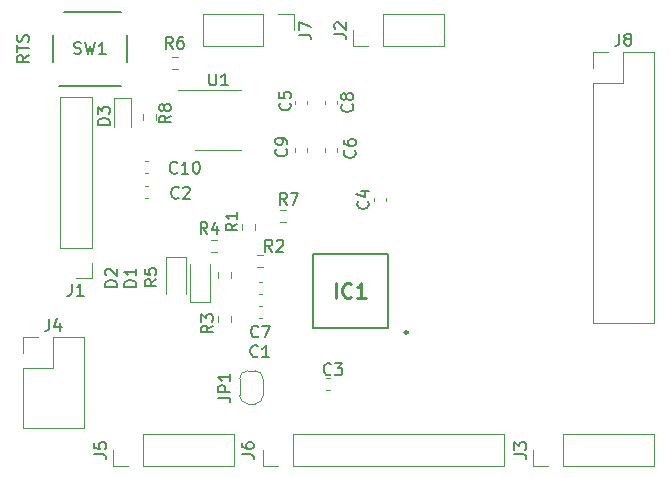
<source format=gto>
G04 #@! TF.GenerationSoftware,KiCad,Pcbnew,6.0.1+dfsg-1*
G04 #@! TF.CreationDate,2022-05-09T21:45:28-04:00*
G04 #@! TF.ProjectId,wacom,7761636f-6d2e-46b6-9963-61645f706362,rev?*
G04 #@! TF.SameCoordinates,Original*
G04 #@! TF.FileFunction,Legend,Top*
G04 #@! TF.FilePolarity,Positive*
%FSLAX46Y46*%
G04 Gerber Fmt 4.6, Leading zero omitted, Abs format (unit mm)*
G04 Created by KiCad (PCBNEW 6.0.1+dfsg-1) date 2022-05-09 21:45:28*
%MOMM*%
%LPD*%
G01*
G04 APERTURE LIST*
%ADD10C,0.150000*%
%ADD11C,0.254000*%
%ADD12C,0.120000*%
%ADD13C,0.200000*%
%ADD14C,0.250000*%
%ADD15C,0.152400*%
G04 APERTURE END LIST*
D10*
X117992142Y-64709166D02*
X118039761Y-64756785D01*
X118087380Y-64899642D01*
X118087380Y-64994880D01*
X118039761Y-65137738D01*
X117944523Y-65232976D01*
X117849285Y-65280595D01*
X117658809Y-65328214D01*
X117515952Y-65328214D01*
X117325476Y-65280595D01*
X117230238Y-65232976D01*
X117135000Y-65137738D01*
X117087380Y-64994880D01*
X117087380Y-64899642D01*
X117135000Y-64756785D01*
X117182619Y-64709166D01*
X117515952Y-64137738D02*
X117468333Y-64232976D01*
X117420714Y-64280595D01*
X117325476Y-64328214D01*
X117277857Y-64328214D01*
X117182619Y-64280595D01*
X117135000Y-64232976D01*
X117087380Y-64137738D01*
X117087380Y-63947261D01*
X117135000Y-63852023D01*
X117182619Y-63804404D01*
X117277857Y-63756785D01*
X117325476Y-63756785D01*
X117420714Y-63804404D01*
X117468333Y-63852023D01*
X117515952Y-63947261D01*
X117515952Y-64137738D01*
X117563571Y-64232976D01*
X117611190Y-64280595D01*
X117706428Y-64328214D01*
X117896904Y-64328214D01*
X117992142Y-64280595D01*
X118039761Y-64232976D01*
X118087380Y-64137738D01*
X118087380Y-63947261D01*
X118039761Y-63852023D01*
X117992142Y-63804404D01*
X117896904Y-63756785D01*
X117706428Y-63756785D01*
X117611190Y-63804404D01*
X117563571Y-63852023D01*
X117515952Y-63947261D01*
X105751333Y-75687180D02*
X105418000Y-75210990D01*
X105179904Y-75687180D02*
X105179904Y-74687180D01*
X105560857Y-74687180D01*
X105656095Y-74734800D01*
X105703714Y-74782419D01*
X105751333Y-74877657D01*
X105751333Y-75020514D01*
X105703714Y-75115752D01*
X105656095Y-75163371D01*
X105560857Y-75210990D01*
X105179904Y-75210990D01*
X106608476Y-75020514D02*
X106608476Y-75687180D01*
X106370380Y-74639561D02*
X106132285Y-75353847D01*
X106751333Y-75353847D01*
X110069333Y-84329542D02*
X110021714Y-84377161D01*
X109878857Y-84424780D01*
X109783619Y-84424780D01*
X109640761Y-84377161D01*
X109545523Y-84281923D01*
X109497904Y-84186685D01*
X109450285Y-83996209D01*
X109450285Y-83853352D01*
X109497904Y-83662876D01*
X109545523Y-83567638D01*
X109640761Y-83472400D01*
X109783619Y-83424780D01*
X109878857Y-83424780D01*
X110021714Y-83472400D01*
X110069333Y-83520019D01*
X110402666Y-83424780D02*
X111069333Y-83424780D01*
X110640761Y-84424780D01*
X112726742Y-64581066D02*
X112774361Y-64628685D01*
X112821980Y-64771542D01*
X112821980Y-64866780D01*
X112774361Y-65009638D01*
X112679123Y-65104876D01*
X112583885Y-65152495D01*
X112393409Y-65200114D01*
X112250552Y-65200114D01*
X112060076Y-65152495D01*
X111964838Y-65104876D01*
X111869600Y-65009638D01*
X111821980Y-64866780D01*
X111821980Y-64771542D01*
X111869600Y-64628685D01*
X111917219Y-64581066D01*
X111821980Y-63676304D02*
X111821980Y-64152495D01*
X112298171Y-64200114D01*
X112250552Y-64152495D01*
X112202933Y-64057257D01*
X112202933Y-63819161D01*
X112250552Y-63723923D01*
X112298171Y-63676304D01*
X112393409Y-63628685D01*
X112631504Y-63628685D01*
X112726742Y-63676304D01*
X112774361Y-63723923D01*
X112821980Y-63819161D01*
X112821980Y-64057257D01*
X112774361Y-64152495D01*
X112726742Y-64200114D01*
X96182380Y-94313333D02*
X96896666Y-94313333D01*
X97039523Y-94360952D01*
X97134761Y-94456190D01*
X97182380Y-94599047D01*
X97182380Y-94694285D01*
X96182380Y-93360952D02*
X96182380Y-93837142D01*
X96658571Y-93884761D01*
X96610952Y-93837142D01*
X96563333Y-93741904D01*
X96563333Y-93503809D01*
X96610952Y-93408571D01*
X96658571Y-93360952D01*
X96753809Y-93313333D01*
X96991904Y-93313333D01*
X97087142Y-93360952D01*
X97134761Y-93408571D01*
X97182380Y-93503809D01*
X97182380Y-93741904D01*
X97134761Y-93837142D01*
X97087142Y-93884761D01*
X116502380Y-58753333D02*
X117216666Y-58753333D01*
X117359523Y-58800952D01*
X117454761Y-58896190D01*
X117502380Y-59039047D01*
X117502380Y-59134285D01*
X116597619Y-58324761D02*
X116550000Y-58277142D01*
X116502380Y-58181904D01*
X116502380Y-57943809D01*
X116550000Y-57848571D01*
X116597619Y-57800952D01*
X116692857Y-57753333D01*
X116788095Y-57753333D01*
X116930952Y-57800952D01*
X117502380Y-58372380D01*
X117502380Y-57753333D01*
X112456933Y-73197980D02*
X112123600Y-72721790D01*
X111885504Y-73197980D02*
X111885504Y-72197980D01*
X112266457Y-72197980D01*
X112361695Y-72245600D01*
X112409314Y-72293219D01*
X112456933Y-72388457D01*
X112456933Y-72531314D01*
X112409314Y-72626552D01*
X112361695Y-72674171D01*
X112266457Y-72721790D01*
X111885504Y-72721790D01*
X112790266Y-72197980D02*
X113456933Y-72197980D01*
X113028361Y-73197980D01*
X94281666Y-79887380D02*
X94281666Y-80601666D01*
X94234047Y-80744523D01*
X94138809Y-80839761D01*
X93995952Y-80887380D01*
X93900714Y-80887380D01*
X95281666Y-80887380D02*
X94710238Y-80887380D01*
X94995952Y-80887380D02*
X94995952Y-79887380D01*
X94900714Y-80030238D01*
X94805476Y-80125476D01*
X94710238Y-80173095D01*
X103192342Y-70461142D02*
X103144723Y-70508761D01*
X103001866Y-70556380D01*
X102906628Y-70556380D01*
X102763771Y-70508761D01*
X102668533Y-70413523D01*
X102620914Y-70318285D01*
X102573295Y-70127809D01*
X102573295Y-69984952D01*
X102620914Y-69794476D01*
X102668533Y-69699238D01*
X102763771Y-69604000D01*
X102906628Y-69556380D01*
X103001866Y-69556380D01*
X103144723Y-69604000D01*
X103192342Y-69651619D01*
X104144723Y-70556380D02*
X103573295Y-70556380D01*
X103859009Y-70556380D02*
X103859009Y-69556380D01*
X103763771Y-69699238D01*
X103668533Y-69794476D01*
X103573295Y-69842095D01*
X104763771Y-69556380D02*
X104859009Y-69556380D01*
X104954247Y-69604000D01*
X105001866Y-69651619D01*
X105049485Y-69746857D01*
X105097104Y-69937333D01*
X105097104Y-70175428D01*
X105049485Y-70365904D01*
X105001866Y-70461142D01*
X104954247Y-70508761D01*
X104859009Y-70556380D01*
X104763771Y-70556380D01*
X104668533Y-70508761D01*
X104620914Y-70461142D01*
X104573295Y-70365904D01*
X104525676Y-70175428D01*
X104525676Y-69937333D01*
X104573295Y-69746857D01*
X104620914Y-69651619D01*
X104668533Y-69604000D01*
X104763771Y-69556380D01*
X103312933Y-72594742D02*
X103265314Y-72642361D01*
X103122457Y-72689980D01*
X103027219Y-72689980D01*
X102884361Y-72642361D01*
X102789123Y-72547123D01*
X102741504Y-72451885D01*
X102693885Y-72261409D01*
X102693885Y-72118552D01*
X102741504Y-71928076D01*
X102789123Y-71832838D01*
X102884361Y-71737600D01*
X103027219Y-71689980D01*
X103122457Y-71689980D01*
X103265314Y-71737600D01*
X103312933Y-71785219D01*
X103693885Y-71785219D02*
X103741504Y-71737600D01*
X103836742Y-71689980D01*
X104074838Y-71689980D01*
X104170076Y-71737600D01*
X104217695Y-71785219D01*
X104265314Y-71880457D01*
X104265314Y-71975695D01*
X104217695Y-72118552D01*
X103646266Y-72689980D01*
X104265314Y-72689980D01*
X99715580Y-80138495D02*
X98715580Y-80138495D01*
X98715580Y-79900400D01*
X98763200Y-79757542D01*
X98858438Y-79662304D01*
X98953676Y-79614685D01*
X99144152Y-79567066D01*
X99287009Y-79567066D01*
X99477485Y-79614685D01*
X99572723Y-79662304D01*
X99667961Y-79757542D01*
X99715580Y-79900400D01*
X99715580Y-80138495D01*
X99715580Y-78614685D02*
X99715580Y-79186114D01*
X99715580Y-78900400D02*
X98715580Y-78900400D01*
X98858438Y-78995638D01*
X98953676Y-79090876D01*
X99001295Y-79186114D01*
X119323142Y-72911166D02*
X119370761Y-72958785D01*
X119418380Y-73101642D01*
X119418380Y-73196880D01*
X119370761Y-73339738D01*
X119275523Y-73434976D01*
X119180285Y-73482595D01*
X118989809Y-73530214D01*
X118846952Y-73530214D01*
X118656476Y-73482595D01*
X118561238Y-73434976D01*
X118466000Y-73339738D01*
X118418380Y-73196880D01*
X118418380Y-73101642D01*
X118466000Y-72958785D01*
X118513619Y-72911166D01*
X118751714Y-72054023D02*
X119418380Y-72054023D01*
X118370761Y-72292119D02*
X119085047Y-72530214D01*
X119085047Y-71911166D01*
X111237733Y-77160380D02*
X110904400Y-76684190D01*
X110666304Y-77160380D02*
X110666304Y-76160380D01*
X111047257Y-76160380D01*
X111142495Y-76208000D01*
X111190114Y-76255619D01*
X111237733Y-76350857D01*
X111237733Y-76493714D01*
X111190114Y-76588952D01*
X111142495Y-76636571D01*
X111047257Y-76684190D01*
X110666304Y-76684190D01*
X111618685Y-76255619D02*
X111666304Y-76208000D01*
X111761542Y-76160380D01*
X111999638Y-76160380D01*
X112094876Y-76208000D01*
X112142495Y-76255619D01*
X112190114Y-76350857D01*
X112190114Y-76446095D01*
X112142495Y-76588952D01*
X111571066Y-77160380D01*
X112190114Y-77160380D01*
X113498380Y-58804133D02*
X114212666Y-58804133D01*
X114355523Y-58851752D01*
X114450761Y-58946990D01*
X114498380Y-59089847D01*
X114498380Y-59185085D01*
X113498380Y-58423180D02*
X113498380Y-57756514D01*
X114498380Y-58185085D01*
X102804933Y-59989980D02*
X102471600Y-59513790D01*
X102233504Y-59989980D02*
X102233504Y-58989980D01*
X102614457Y-58989980D01*
X102709695Y-59037600D01*
X102757314Y-59085219D01*
X102804933Y-59180457D01*
X102804933Y-59323314D01*
X102757314Y-59418552D01*
X102709695Y-59466171D01*
X102614457Y-59513790D01*
X102233504Y-59513790D01*
X103662076Y-58989980D02*
X103471600Y-58989980D01*
X103376361Y-59037600D01*
X103328742Y-59085219D01*
X103233504Y-59228076D01*
X103185885Y-59418552D01*
X103185885Y-59799504D01*
X103233504Y-59894742D01*
X103281123Y-59942361D01*
X103376361Y-59989980D01*
X103566838Y-59989980D01*
X103662076Y-59942361D01*
X103709695Y-59894742D01*
X103757314Y-59799504D01*
X103757314Y-59561409D01*
X103709695Y-59466171D01*
X103662076Y-59418552D01*
X103566838Y-59370933D01*
X103376361Y-59370933D01*
X103281123Y-59418552D01*
X103233504Y-59466171D01*
X103185885Y-59561409D01*
X106217980Y-83427866D02*
X105741790Y-83761200D01*
X106217980Y-83999295D02*
X105217980Y-83999295D01*
X105217980Y-83618342D01*
X105265600Y-83523104D01*
X105313219Y-83475485D01*
X105408457Y-83427866D01*
X105551314Y-83427866D01*
X105646552Y-83475485D01*
X105694171Y-83523104D01*
X105741790Y-83618342D01*
X105741790Y-83999295D01*
X105217980Y-83094533D02*
X105217980Y-82475485D01*
X105598933Y-82808819D01*
X105598933Y-82665961D01*
X105646552Y-82570723D01*
X105694171Y-82523104D01*
X105789409Y-82475485D01*
X106027504Y-82475485D01*
X106122742Y-82523104D01*
X106170361Y-82570723D01*
X106217980Y-82665961D01*
X106217980Y-82951676D01*
X106170361Y-83046914D01*
X106122742Y-83094533D01*
D11*
X116616238Y-81092523D02*
X116616238Y-79822523D01*
X117946714Y-80971571D02*
X117886238Y-81032047D01*
X117704809Y-81092523D01*
X117583857Y-81092523D01*
X117402428Y-81032047D01*
X117281476Y-80911095D01*
X117221000Y-80790142D01*
X117160523Y-80548238D01*
X117160523Y-80366809D01*
X117221000Y-80124904D01*
X117281476Y-80003952D01*
X117402428Y-79883000D01*
X117583857Y-79822523D01*
X117704809Y-79822523D01*
X117886238Y-79883000D01*
X117946714Y-79943476D01*
X119156238Y-81092523D02*
X118430523Y-81092523D01*
X118793380Y-81092523D02*
X118793380Y-79822523D01*
X118672428Y-80003952D01*
X118551476Y-80124904D01*
X118430523Y-80185380D01*
D10*
X108672380Y-94313333D02*
X109386666Y-94313333D01*
X109529523Y-94360952D01*
X109624761Y-94456190D01*
X109672380Y-94599047D01*
X109672380Y-94694285D01*
X108672380Y-93408571D02*
X108672380Y-93599047D01*
X108720000Y-93694285D01*
X108767619Y-93741904D01*
X108910476Y-93837142D01*
X109100952Y-93884761D01*
X109481904Y-93884761D01*
X109577142Y-93837142D01*
X109624761Y-93789523D01*
X109672380Y-93694285D01*
X109672380Y-93503809D01*
X109624761Y-93408571D01*
X109577142Y-93360952D01*
X109481904Y-93313333D01*
X109243809Y-93313333D01*
X109148571Y-93360952D01*
X109100952Y-93408571D01*
X109053333Y-93503809D01*
X109053333Y-93694285D01*
X109100952Y-93789523D01*
X109148571Y-93837142D01*
X109243809Y-93884761D01*
X105918095Y-62092380D02*
X105918095Y-62901904D01*
X105965714Y-62997142D01*
X106013333Y-63044761D01*
X106108571Y-63092380D01*
X106299047Y-63092380D01*
X106394285Y-63044761D01*
X106441904Y-62997142D01*
X106489523Y-62901904D01*
X106489523Y-62092380D01*
X107489523Y-63092380D02*
X106918095Y-63092380D01*
X107203809Y-63092380D02*
X107203809Y-62092380D01*
X107108571Y-62235238D01*
X107013333Y-62330476D01*
X106918095Y-62378095D01*
X112421942Y-68492666D02*
X112469561Y-68540285D01*
X112517180Y-68683142D01*
X112517180Y-68778380D01*
X112469561Y-68921238D01*
X112374323Y-69016476D01*
X112279085Y-69064095D01*
X112088609Y-69111714D01*
X111945752Y-69111714D01*
X111755276Y-69064095D01*
X111660038Y-69016476D01*
X111564800Y-68921238D01*
X111517180Y-68778380D01*
X111517180Y-68683142D01*
X111564800Y-68540285D01*
X111612419Y-68492666D01*
X112517180Y-68016476D02*
X112517180Y-67826000D01*
X112469561Y-67730761D01*
X112421942Y-67683142D01*
X112279085Y-67587904D01*
X112088609Y-67540285D01*
X111707657Y-67540285D01*
X111612419Y-67587904D01*
X111564800Y-67635523D01*
X111517180Y-67730761D01*
X111517180Y-67921238D01*
X111564800Y-68016476D01*
X111612419Y-68064095D01*
X111707657Y-68111714D01*
X111945752Y-68111714D01*
X112040990Y-68064095D01*
X112088609Y-68016476D01*
X112136228Y-67921238D01*
X112136228Y-67730761D01*
X112088609Y-67635523D01*
X112040990Y-67587904D01*
X111945752Y-67540285D01*
X92376666Y-82847380D02*
X92376666Y-83561666D01*
X92329047Y-83704523D01*
X92233809Y-83799761D01*
X92090952Y-83847380D01*
X91995714Y-83847380D01*
X93281428Y-83180714D02*
X93281428Y-83847380D01*
X93043333Y-82799761D02*
X92805238Y-83514047D01*
X93424285Y-83514047D01*
X118213142Y-68594266D02*
X118260761Y-68641885D01*
X118308380Y-68784742D01*
X118308380Y-68879980D01*
X118260761Y-69022838D01*
X118165523Y-69118076D01*
X118070285Y-69165695D01*
X117879809Y-69213314D01*
X117736952Y-69213314D01*
X117546476Y-69165695D01*
X117451238Y-69118076D01*
X117356000Y-69022838D01*
X117308380Y-68879980D01*
X117308380Y-68784742D01*
X117356000Y-68641885D01*
X117403619Y-68594266D01*
X117308380Y-67737123D02*
X117308380Y-67927600D01*
X117356000Y-68022838D01*
X117403619Y-68070457D01*
X117546476Y-68165695D01*
X117736952Y-68213314D01*
X118117904Y-68213314D01*
X118213142Y-68165695D01*
X118260761Y-68118076D01*
X118308380Y-68022838D01*
X118308380Y-67832361D01*
X118260761Y-67737123D01*
X118213142Y-67689504D01*
X118117904Y-67641885D01*
X117879809Y-67641885D01*
X117784571Y-67689504D01*
X117736952Y-67737123D01*
X117689333Y-67832361D01*
X117689333Y-68022838D01*
X117736952Y-68118076D01*
X117784571Y-68165695D01*
X117879809Y-68213314D01*
X106691180Y-89530133D02*
X107405466Y-89530133D01*
X107548323Y-89577752D01*
X107643561Y-89672990D01*
X107691180Y-89815847D01*
X107691180Y-89911085D01*
X107691180Y-89053942D02*
X106691180Y-89053942D01*
X106691180Y-88672990D01*
X106738800Y-88577752D01*
X106786419Y-88530133D01*
X106881657Y-88482514D01*
X107024514Y-88482514D01*
X107119752Y-88530133D01*
X107167371Y-88577752D01*
X107214990Y-88672990D01*
X107214990Y-89053942D01*
X107691180Y-87530133D02*
X107691180Y-88101561D01*
X107691180Y-87815847D02*
X106691180Y-87815847D01*
X106834038Y-87911085D01*
X106929276Y-88006323D01*
X106976895Y-88101561D01*
X94476666Y-60384760D02*
X94619523Y-60432379D01*
X94857619Y-60432379D01*
X94952857Y-60384760D01*
X95000476Y-60337141D01*
X95048095Y-60241903D01*
X95048095Y-60146665D01*
X95000476Y-60051427D01*
X94952857Y-60003808D01*
X94857619Y-59956189D01*
X94667142Y-59908570D01*
X94571904Y-59860951D01*
X94524285Y-59813332D01*
X94476666Y-59718094D01*
X94476666Y-59622856D01*
X94524285Y-59527618D01*
X94571904Y-59479999D01*
X94667142Y-59432379D01*
X94905238Y-59432379D01*
X95048095Y-59479999D01*
X95381428Y-59432379D02*
X95619523Y-60432379D01*
X95810000Y-59718094D01*
X96000476Y-60432379D01*
X96238571Y-59432379D01*
X97143333Y-60432379D02*
X96571904Y-60432379D01*
X96857619Y-60432379D02*
X96857619Y-59432379D01*
X96762380Y-59575237D01*
X96667142Y-59670475D01*
X96571904Y-59718094D01*
X90622380Y-60527618D02*
X90146190Y-60860951D01*
X90622380Y-61099046D02*
X89622380Y-61099046D01*
X89622380Y-60718094D01*
X89670000Y-60622856D01*
X89717619Y-60575237D01*
X89812857Y-60527618D01*
X89955714Y-60527618D01*
X90050952Y-60575237D01*
X90098571Y-60622856D01*
X90146190Y-60718094D01*
X90146190Y-61099046D01*
X89622380Y-60241903D02*
X89622380Y-59670475D01*
X90622380Y-59956189D02*
X89622380Y-59956189D01*
X90574761Y-59384760D02*
X90622380Y-59241903D01*
X90622380Y-59003808D01*
X90574761Y-58908570D01*
X90527142Y-58860951D01*
X90431904Y-58813332D01*
X90336666Y-58813332D01*
X90241428Y-58860951D01*
X90193809Y-58908570D01*
X90146190Y-59003808D01*
X90098571Y-59194284D01*
X90050952Y-59289522D01*
X90003333Y-59337141D01*
X89908095Y-59384760D01*
X89812857Y-59384760D01*
X89717619Y-59337141D01*
X89670000Y-59289522D01*
X89622380Y-59194284D01*
X89622380Y-58956189D01*
X89670000Y-58813332D01*
X102661980Y-65647866D02*
X102185790Y-65981200D01*
X102661980Y-66219295D02*
X101661980Y-66219295D01*
X101661980Y-65838342D01*
X101709600Y-65743104D01*
X101757219Y-65695485D01*
X101852457Y-65647866D01*
X101995314Y-65647866D01*
X102090552Y-65695485D01*
X102138171Y-65743104D01*
X102185790Y-65838342D01*
X102185790Y-66219295D01*
X102090552Y-65076438D02*
X102042933Y-65171676D01*
X101995314Y-65219295D01*
X101900076Y-65266914D01*
X101852457Y-65266914D01*
X101757219Y-65219295D01*
X101709600Y-65171676D01*
X101661980Y-65076438D01*
X101661980Y-64885961D01*
X101709600Y-64790723D01*
X101757219Y-64743104D01*
X101852457Y-64695485D01*
X101900076Y-64695485D01*
X101995314Y-64743104D01*
X102042933Y-64790723D01*
X102090552Y-64885961D01*
X102090552Y-65076438D01*
X102138171Y-65171676D01*
X102185790Y-65219295D01*
X102281028Y-65266914D01*
X102471504Y-65266914D01*
X102566742Y-65219295D01*
X102614361Y-65171676D01*
X102661980Y-65076438D01*
X102661980Y-64885961D01*
X102614361Y-64790723D01*
X102566742Y-64743104D01*
X102471504Y-64695485D01*
X102281028Y-64695485D01*
X102185790Y-64743104D01*
X102138171Y-64790723D01*
X102090552Y-64885961D01*
X97480380Y-66422495D02*
X96480380Y-66422495D01*
X96480380Y-66184400D01*
X96528000Y-66041542D01*
X96623238Y-65946304D01*
X96718476Y-65898685D01*
X96908952Y-65851066D01*
X97051809Y-65851066D01*
X97242285Y-65898685D01*
X97337523Y-65946304D01*
X97432761Y-66041542D01*
X97480380Y-66184400D01*
X97480380Y-66422495D01*
X96480380Y-65517733D02*
X96480380Y-64898685D01*
X96861333Y-65232019D01*
X96861333Y-65089161D01*
X96908952Y-64993923D01*
X96956571Y-64946304D01*
X97051809Y-64898685D01*
X97289904Y-64898685D01*
X97385142Y-64946304D01*
X97432761Y-64993923D01*
X97480380Y-65089161D01*
X97480380Y-65374876D01*
X97432761Y-65470114D01*
X97385142Y-65517733D01*
X131752380Y-94313333D02*
X132466666Y-94313333D01*
X132609523Y-94360952D01*
X132704761Y-94456190D01*
X132752380Y-94599047D01*
X132752380Y-94694285D01*
X131752380Y-93932380D02*
X131752380Y-93313333D01*
X132133333Y-93646666D01*
X132133333Y-93503809D01*
X132180952Y-93408571D01*
X132228571Y-93360952D01*
X132323809Y-93313333D01*
X132561904Y-93313333D01*
X132657142Y-93360952D01*
X132704761Y-93408571D01*
X132752380Y-93503809D01*
X132752380Y-93789523D01*
X132704761Y-93884761D01*
X132657142Y-93932380D01*
X108300780Y-74791866D02*
X107824590Y-75125200D01*
X108300780Y-75363295D02*
X107300780Y-75363295D01*
X107300780Y-74982342D01*
X107348400Y-74887104D01*
X107396019Y-74839485D01*
X107491257Y-74791866D01*
X107634114Y-74791866D01*
X107729352Y-74839485D01*
X107776971Y-74887104D01*
X107824590Y-74982342D01*
X107824590Y-75363295D01*
X108300780Y-73839485D02*
X108300780Y-74410914D01*
X108300780Y-74125200D02*
X107300780Y-74125200D01*
X107443638Y-74220438D01*
X107538876Y-74315676D01*
X107586495Y-74410914D01*
X110018533Y-86005942D02*
X109970914Y-86053561D01*
X109828057Y-86101180D01*
X109732819Y-86101180D01*
X109589961Y-86053561D01*
X109494723Y-85958323D01*
X109447104Y-85863085D01*
X109399485Y-85672609D01*
X109399485Y-85529752D01*
X109447104Y-85339276D01*
X109494723Y-85244038D01*
X109589961Y-85148800D01*
X109732819Y-85101180D01*
X109828057Y-85101180D01*
X109970914Y-85148800D01*
X110018533Y-85196419D01*
X110970914Y-86101180D02*
X110399485Y-86101180D01*
X110685200Y-86101180D02*
X110685200Y-85101180D01*
X110589961Y-85244038D01*
X110494723Y-85339276D01*
X110399485Y-85386895D01*
X140636666Y-58717380D02*
X140636666Y-59431666D01*
X140589047Y-59574523D01*
X140493809Y-59669761D01*
X140350952Y-59717380D01*
X140255714Y-59717380D01*
X141255714Y-59145952D02*
X141160476Y-59098333D01*
X141112857Y-59050714D01*
X141065238Y-58955476D01*
X141065238Y-58907857D01*
X141112857Y-58812619D01*
X141160476Y-58765000D01*
X141255714Y-58717380D01*
X141446190Y-58717380D01*
X141541428Y-58765000D01*
X141589047Y-58812619D01*
X141636666Y-58907857D01*
X141636666Y-58955476D01*
X141589047Y-59050714D01*
X141541428Y-59098333D01*
X141446190Y-59145952D01*
X141255714Y-59145952D01*
X141160476Y-59193571D01*
X141112857Y-59241190D01*
X141065238Y-59336428D01*
X141065238Y-59526904D01*
X141112857Y-59622142D01*
X141160476Y-59669761D01*
X141255714Y-59717380D01*
X141446190Y-59717380D01*
X141541428Y-59669761D01*
X141589047Y-59622142D01*
X141636666Y-59526904D01*
X141636666Y-59336428D01*
X141589047Y-59241190D01*
X141541428Y-59193571D01*
X141446190Y-59145952D01*
X101442780Y-79516266D02*
X100966590Y-79849600D01*
X101442780Y-80087695D02*
X100442780Y-80087695D01*
X100442780Y-79706742D01*
X100490400Y-79611504D01*
X100538019Y-79563885D01*
X100633257Y-79516266D01*
X100776114Y-79516266D01*
X100871352Y-79563885D01*
X100918971Y-79611504D01*
X100966590Y-79706742D01*
X100966590Y-80087695D01*
X100442780Y-78611504D02*
X100442780Y-79087695D01*
X100918971Y-79135314D01*
X100871352Y-79087695D01*
X100823733Y-78992457D01*
X100823733Y-78754361D01*
X100871352Y-78659123D01*
X100918971Y-78611504D01*
X101014209Y-78563885D01*
X101252304Y-78563885D01*
X101347542Y-78611504D01*
X101395161Y-78659123D01*
X101442780Y-78754361D01*
X101442780Y-78992457D01*
X101395161Y-79087695D01*
X101347542Y-79135314D01*
X116216133Y-87529942D02*
X116168514Y-87577561D01*
X116025657Y-87625180D01*
X115930419Y-87625180D01*
X115787561Y-87577561D01*
X115692323Y-87482323D01*
X115644704Y-87387085D01*
X115597085Y-87196609D01*
X115597085Y-87053752D01*
X115644704Y-86863276D01*
X115692323Y-86768038D01*
X115787561Y-86672800D01*
X115930419Y-86625180D01*
X116025657Y-86625180D01*
X116168514Y-86672800D01*
X116216133Y-86720419D01*
X116549466Y-86625180D02*
X117168514Y-86625180D01*
X116835180Y-87006133D01*
X116978038Y-87006133D01*
X117073276Y-87053752D01*
X117120895Y-87101371D01*
X117168514Y-87196609D01*
X117168514Y-87434704D01*
X117120895Y-87529942D01*
X117073276Y-87577561D01*
X116978038Y-87625180D01*
X116692323Y-87625180D01*
X116597085Y-87577561D01*
X116549466Y-87529942D01*
X98089980Y-80138495D02*
X97089980Y-80138495D01*
X97089980Y-79900400D01*
X97137600Y-79757542D01*
X97232838Y-79662304D01*
X97328076Y-79614685D01*
X97518552Y-79567066D01*
X97661409Y-79567066D01*
X97851885Y-79614685D01*
X97947123Y-79662304D01*
X98042361Y-79757542D01*
X98089980Y-79900400D01*
X98089980Y-80138495D01*
X97185219Y-79186114D02*
X97137600Y-79138495D01*
X97089980Y-79043257D01*
X97089980Y-78805161D01*
X97137600Y-78709923D01*
X97185219Y-78662304D01*
X97280457Y-78614685D01*
X97375695Y-78614685D01*
X97518552Y-78662304D01*
X98089980Y-79233733D01*
X98089980Y-78614685D01*
D12*
X116715000Y-64396233D02*
X116715000Y-64688767D01*
X115695000Y-64396233D02*
X115695000Y-64688767D01*
X106530224Y-77230500D02*
X106020776Y-77230500D01*
X106530224Y-76185500D02*
X106020776Y-76185500D01*
X110089733Y-80774000D02*
X110382267Y-80774000D01*
X110089733Y-79754000D02*
X110382267Y-79754000D01*
X114175000Y-64396233D02*
X114175000Y-64688767D01*
X113155000Y-64396233D02*
X113155000Y-64688767D01*
X99060000Y-95310000D02*
X97730000Y-95310000D01*
X100330000Y-92650000D02*
X108010000Y-92650000D01*
X100330000Y-95310000D02*
X108010000Y-95310000D01*
X108010000Y-95310000D02*
X108010000Y-92650000D01*
X100330000Y-95310000D02*
X100330000Y-92650000D01*
X97730000Y-95310000D02*
X97730000Y-93980000D01*
X120650000Y-59750000D02*
X120650000Y-57090000D01*
X119380000Y-59750000D02*
X118050000Y-59750000D01*
X118050000Y-59750000D02*
X118050000Y-58420000D01*
X120650000Y-59750000D02*
X125790000Y-59750000D01*
X125790000Y-59750000D02*
X125790000Y-57090000D01*
X120650000Y-57090000D02*
X125790000Y-57090000D01*
X111909776Y-73645500D02*
X112419224Y-73645500D01*
X111909776Y-74690500D02*
X112419224Y-74690500D01*
X95945000Y-76835000D02*
X95945000Y-64075000D01*
X93285000Y-76835000D02*
X93285000Y-64075000D01*
X95945000Y-76835000D02*
X93285000Y-76835000D01*
X95945000Y-64075000D02*
X93285000Y-64075000D01*
X95945000Y-78105000D02*
X95945000Y-79435000D01*
X95945000Y-79435000D02*
X94615000Y-79435000D01*
X100437733Y-69467000D02*
X100730267Y-69467000D01*
X100437733Y-70487000D02*
X100730267Y-70487000D01*
X100437733Y-71626000D02*
X100730267Y-71626000D01*
X100437733Y-72646000D02*
X100730267Y-72646000D01*
X104306000Y-81402000D02*
X104306000Y-78252000D01*
X104306000Y-81402000D02*
X106006000Y-81402000D01*
X106006000Y-81402000D02*
X106006000Y-78252000D01*
X120906000Y-72890767D02*
X120906000Y-72598233D01*
X119886000Y-72890767D02*
X119886000Y-72598233D01*
X109981276Y-78500500D02*
X110490724Y-78500500D01*
X109981276Y-77455500D02*
X110490724Y-77455500D01*
X110490000Y-57090000D02*
X105350000Y-57090000D01*
X110490000Y-57090000D02*
X110490000Y-59750000D01*
X111760000Y-57090000D02*
X113090000Y-57090000D01*
X110490000Y-59750000D02*
X105350000Y-59750000D01*
X113090000Y-57090000D02*
X113090000Y-58420000D01*
X105350000Y-57090000D02*
X105350000Y-59750000D01*
X103228224Y-61736500D02*
X102718776Y-61736500D01*
X103228224Y-60691500D02*
X102718776Y-60691500D01*
X106665500Y-83162224D02*
X106665500Y-82652776D01*
X107710500Y-83162224D02*
X107710500Y-82652776D01*
D13*
X114706000Y-77368000D02*
X121006000Y-77368000D01*
X121006000Y-83668000D02*
X114706000Y-83668000D01*
X121006000Y-77368000D02*
X121006000Y-83668000D01*
X114706000Y-83668000D02*
X114706000Y-77368000D01*
D14*
X122706000Y-84018000D02*
G75*
G03*
X122706000Y-84018000I-125000J0D01*
G01*
D12*
X113030000Y-92650000D02*
X130870000Y-92650000D01*
X111760000Y-95310000D02*
X110430000Y-95310000D01*
X113030000Y-95310000D02*
X113030000Y-92650000D01*
X110430000Y-95310000D02*
X110430000Y-93980000D01*
X130870000Y-95310000D02*
X130870000Y-92650000D01*
X113030000Y-95310000D02*
X130870000Y-95310000D01*
X106680000Y-68600000D02*
X108630000Y-68600000D01*
X106680000Y-68600000D02*
X104730000Y-68600000D01*
X106680000Y-63480000D02*
X103230000Y-63480000D01*
X106680000Y-63480000D02*
X108630000Y-63480000D01*
X113155000Y-68433733D02*
X113155000Y-68726267D01*
X114175000Y-68433733D02*
X114175000Y-68726267D01*
X90110000Y-86995000D02*
X90110000Y-92135000D01*
X90110000Y-84395000D02*
X91440000Y-84395000D01*
X90110000Y-85725000D02*
X90110000Y-84395000D01*
X90110000Y-86995000D02*
X92710000Y-86995000D01*
X92710000Y-86995000D02*
X92710000Y-84395000D01*
X90110000Y-92135000D02*
X95310000Y-92135000D01*
X92710000Y-84395000D02*
X95310000Y-84395000D01*
X95310000Y-84395000D02*
X95310000Y-92135000D01*
X115695000Y-68433733D02*
X115695000Y-68726267D01*
X116715000Y-68433733D02*
X116715000Y-68726267D01*
X110474000Y-87946000D02*
X110474000Y-89346000D01*
X108474000Y-89346000D02*
X108474000Y-87946000D01*
X109174000Y-87246000D02*
X109774000Y-87246000D01*
X109774000Y-90046000D02*
X109174000Y-90046000D01*
X109174000Y-87246000D02*
G75*
G03*
X108474000Y-87946000I-1J-699999D01*
G01*
X109774000Y-90046000D02*
G75*
G03*
X110474000Y-89346000I1J699999D01*
G01*
X110474000Y-87946000D02*
G75*
G03*
X109774000Y-87246000I-699999J1D01*
G01*
X108474000Y-89346000D02*
G75*
G03*
X109174000Y-90046000I699999J-1D01*
G01*
D15*
X93197640Y-63104199D02*
X98422360Y-63104199D01*
X92685800Y-58812039D02*
X92685800Y-61155298D01*
X98934200Y-61155298D02*
X98934200Y-58804701D01*
X98422360Y-56855799D02*
X93617708Y-56855799D01*
D12*
X100315500Y-66017224D02*
X100315500Y-65507776D01*
X101360500Y-66017224D02*
X101360500Y-65507776D01*
X97817000Y-64140000D02*
X97817000Y-66600000D01*
X99287000Y-66600000D02*
X99287000Y-64140000D01*
X99287000Y-64140000D02*
X97817000Y-64140000D01*
X134630000Y-95310000D02*
X133300000Y-95310000D01*
X135900000Y-95310000D02*
X135900000Y-92650000D01*
X135900000Y-95310000D02*
X143580000Y-95310000D01*
X135900000Y-92650000D02*
X143580000Y-92650000D01*
X133300000Y-95310000D02*
X133300000Y-93980000D01*
X143580000Y-95310000D02*
X143580000Y-92650000D01*
X109742500Y-74825776D02*
X109742500Y-75335224D01*
X108697500Y-74825776D02*
X108697500Y-75335224D01*
X110382267Y-82806000D02*
X110089733Y-82806000D01*
X110382267Y-81786000D02*
X110089733Y-81786000D01*
X143570000Y-60265000D02*
X143570000Y-83245000D01*
X138370000Y-60265000D02*
X139700000Y-60265000D01*
X140970000Y-60265000D02*
X143570000Y-60265000D01*
X138370000Y-62865000D02*
X138370000Y-83245000D01*
X140970000Y-62865000D02*
X140970000Y-60265000D01*
X138370000Y-62865000D02*
X140970000Y-62865000D01*
X138370000Y-61595000D02*
X138370000Y-60265000D01*
X138370000Y-83245000D02*
X143570000Y-83245000D01*
X106665500Y-78889776D02*
X106665500Y-79399224D01*
X107710500Y-78889776D02*
X107710500Y-79399224D01*
X115831233Y-87882000D02*
X116123767Y-87882000D01*
X115831233Y-88902000D02*
X116123767Y-88902000D01*
X103974000Y-77622000D02*
X103974000Y-80772000D01*
X103974000Y-77622000D02*
X102274000Y-77622000D01*
X102274000Y-77622000D02*
X102274000Y-80772000D01*
M02*

</source>
